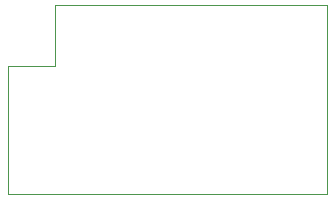
<source format=gbr>
G04 #@! TF.GenerationSoftware,KiCad,Pcbnew,5.1.5+dfsg1-2build2*
G04 #@! TF.CreationDate,2022-06-06T17:05:42+01:00*
G04 #@! TF.ProjectId,rampack-battery-1,72616d70-6163-46b2-9d62-617474657279,rev?*
G04 #@! TF.SameCoordinates,Original*
G04 #@! TF.FileFunction,Profile,NP*
%FSLAX46Y46*%
G04 Gerber Fmt 4.6, Leading zero omitted, Abs format (unit mm)*
G04 Created by KiCad (PCBNEW 5.1.5+dfsg1-2build2) date 2022-06-06 17:05:42*
%MOMM*%
%LPD*%
G04 APERTURE LIST*
%ADD10C,0.050000*%
G04 APERTURE END LIST*
D10*
X-17551400Y20828000D02*
X-17551400Y25996900D01*
X-21501100Y20828000D02*
X-17551400Y20828000D01*
X-21501100Y20828000D02*
X-21500000Y10000000D01*
X5500000Y26000000D02*
X-17551400Y25996900D01*
X5500000Y10000000D02*
X5500000Y26000000D01*
X-21500000Y10000000D02*
X5500000Y10000000D01*
M02*

</source>
